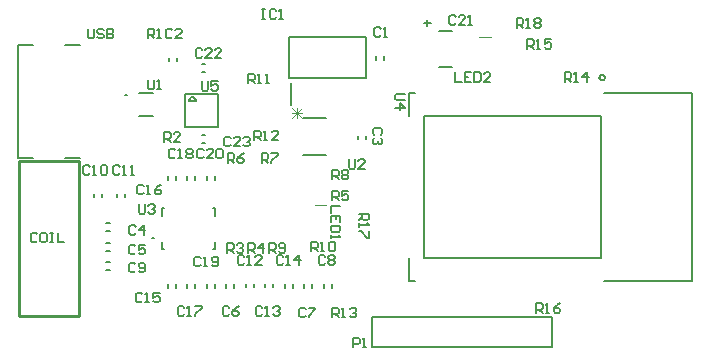
<source format=gto>
G04 Layer_Color=65535*
%FSLAX25Y25*%
%MOIN*%
G70*
G01*
G75*
%ADD40C,0.00800*%
%ADD41C,0.00787*%
%ADD42C,0.00500*%
%ADD43C,0.00394*%
%ADD44C,0.00600*%
%ADD45C,0.01000*%
%ADD46C,0.00598*%
%ADD47C,0.00300*%
D40*
X59031Y85150D02*
X58686Y85985D01*
X57850Y86331D01*
X57015Y85985D01*
X56669Y85150D01*
X66512Y76488D02*
Y87512D01*
X55488Y76488D02*
X66512D01*
X55488D02*
Y87512D01*
X66512D01*
X56669Y85150D02*
X59031D01*
D41*
X45193Y39543D02*
X44405D01*
X45193D01*
X36201Y86968D02*
X35413D01*
X36201D01*
X52878Y98409D02*
Y99590D01*
X50122Y98409D02*
Y99590D01*
X117575Y3000D02*
Y13000D01*
X177575Y3000D02*
Y13000D01*
X117575Y3000D02*
X177575D01*
X117575Y13000D02*
X177575D01*
X119122Y98909D02*
Y100091D01*
X121878Y98909D02*
Y100091D01*
X113122Y72409D02*
Y73590D01*
X115878Y72409D02*
Y73590D01*
X90795Y83653D02*
Y90937D01*
X90205Y92610D02*
X115795D01*
Y106390D01*
X90205D02*
X115795D01*
X90205Y92610D02*
Y106390D01*
X101622Y22909D02*
Y24091D01*
X104378Y22909D02*
Y24091D01*
X95122Y22909D02*
Y24091D01*
X97878Y22909D02*
Y24091D01*
X88622Y22909D02*
Y24091D01*
X91378Y22909D02*
Y24091D01*
X82122Y22953D02*
Y24134D01*
X84878Y22953D02*
Y24134D01*
X75622Y22953D02*
Y24134D01*
X78378Y22953D02*
Y24134D01*
X69122Y22909D02*
Y24091D01*
X71878Y22909D02*
Y24091D01*
X56122Y58909D02*
Y60091D01*
X58878Y58909D02*
Y60091D01*
X58878Y22909D02*
Y24091D01*
X56122Y22909D02*
Y24091D01*
X49622Y58909D02*
Y60091D01*
X52378Y58909D02*
Y60091D01*
Y22909D02*
Y24091D01*
X49622Y22909D02*
Y24091D01*
X62622Y58909D02*
Y60091D01*
X65378Y58909D02*
Y60091D01*
X65378Y22909D02*
Y24091D01*
X62622Y22909D02*
Y24091D01*
X35378Y52953D02*
Y54134D01*
X32622Y52953D02*
Y54134D01*
X27878Y52953D02*
Y54134D01*
X25122Y52953D02*
Y54134D01*
X29158Y28622D02*
X30339D01*
X29158Y31378D02*
X30339D01*
X29158Y35122D02*
X30339D01*
X29158Y37878D02*
X30339D01*
X29158Y41622D02*
X30339D01*
X29158Y44378D02*
X30339D01*
X60909Y73878D02*
X62090D01*
X60909Y71122D02*
X62090D01*
X60909Y97378D02*
X62090D01*
X60909Y94622D02*
X62090D01*
X15512Y66142D02*
X20433D01*
X15512Y103858D02*
X20433D01*
X-236Y66142D02*
X4803D01*
X-236D02*
Y103858D01*
X4803D01*
D42*
X195488Y92857D02*
X194996Y93709D01*
X194012D01*
X193520Y92857D01*
X194012Y92004D01*
X194996D01*
X195488Y92857D01*
X140114Y96595D02*
X144445D01*
X140114Y108405D02*
X144445D01*
X64878Y49386D02*
X65469D01*
Y46827D02*
Y49386D01*
Y35606D02*
Y38165D01*
X64878Y35606D02*
X65469D01*
X47752Y49386D02*
X48342D01*
X47752Y46827D02*
Y49386D01*
Y35606D02*
Y38165D01*
Y35606D02*
X48342D01*
X193972Y32817D02*
Y80061D01*
X134917Y32817D02*
X193972D01*
X134917D02*
Y80061D01*
X193972D01*
X194996Y87935D02*
X224524D01*
Y24943D02*
Y87935D01*
X194996Y24943D02*
X224524D01*
X130035Y87935D02*
X132004D01*
X130035Y80061D02*
Y87935D01*
Y24943D02*
X132004D01*
X130035D02*
Y32817D01*
X40138Y87835D02*
X44862D01*
X40138Y80197D02*
X44862D01*
D43*
X153532Y106405D02*
X157468D01*
X98583Y50551D02*
X102520D01*
D44*
X94827Y67047D02*
X102327D01*
X94827Y79447D02*
X102327D01*
X120633Y109166D02*
X120099Y109699D01*
X119033D01*
X118500Y109166D01*
Y107033D01*
X119033Y106500D01*
X120099D01*
X120633Y107033D01*
X121699Y106500D02*
X122765D01*
X122232D01*
Y109699D01*
X121699Y109166D01*
X51133Y108666D02*
X50599Y109199D01*
X49533D01*
X49000Y108666D01*
Y106533D01*
X49533Y106000D01*
X50599D01*
X51133Y106533D01*
X54332Y106000D02*
X52199D01*
X54332Y108133D01*
Y108666D01*
X53799Y109199D01*
X52732D01*
X52199Y108666D01*
X120666Y73867D02*
X121199Y74401D01*
Y75467D01*
X120666Y76000D01*
X118533D01*
X118000Y75467D01*
Y74401D01*
X118533Y73867D01*
X120666Y72801D02*
X121199Y72268D01*
Y71201D01*
X120666Y70668D01*
X120133D01*
X119599Y71201D01*
Y71735D01*
Y71201D01*
X119066Y70668D01*
X118533D01*
X118000Y71201D01*
Y72268D01*
X118533Y72801D01*
X38924Y43166D02*
X38391Y43699D01*
X37325D01*
X36791Y43166D01*
Y41033D01*
X37325Y40500D01*
X38391D01*
X38924Y41033D01*
X41590Y40500D02*
Y43699D01*
X39990Y42099D01*
X42123D01*
X38881Y36666D02*
X38348Y37199D01*
X37281D01*
X36748Y36666D01*
Y34533D01*
X37281Y34000D01*
X38348D01*
X38881Y34533D01*
X42080Y37199D02*
X39947D01*
Y35599D01*
X41013Y36133D01*
X41546D01*
X42080Y35599D01*
Y34533D01*
X41546Y34000D01*
X40480D01*
X39947Y34533D01*
X70133Y16166D02*
X69599Y16699D01*
X68533D01*
X68000Y16166D01*
Y14033D01*
X68533Y13500D01*
X69599D01*
X70133Y14033D01*
X73332Y16699D02*
X72265Y16166D01*
X71199Y15100D01*
Y14033D01*
X71732Y13500D01*
X72799D01*
X73332Y14033D01*
Y14566D01*
X72799Y15100D01*
X71199D01*
X95633Y15666D02*
X95100Y16199D01*
X94033D01*
X93500Y15666D01*
Y13533D01*
X94033Y13000D01*
X95100D01*
X95633Y13533D01*
X96699Y16199D02*
X98832D01*
Y15666D01*
X96699Y13533D01*
Y13000D01*
X102133Y33166D02*
X101600Y33699D01*
X100533D01*
X100000Y33166D01*
Y31033D01*
X100533Y30500D01*
X101600D01*
X102133Y31033D01*
X103199Y33166D02*
X103732Y33699D01*
X104798D01*
X105332Y33166D01*
Y32633D01*
X104798Y32100D01*
X105332Y31566D01*
Y31033D01*
X104798Y30500D01*
X103732D01*
X103199Y31033D01*
Y31566D01*
X103732Y32100D01*
X103199Y32633D01*
Y33166D01*
X103732Y32100D02*
X104798D01*
X38881Y30666D02*
X38348Y31199D01*
X37281D01*
X36748Y30666D01*
Y28533D01*
X37281Y28000D01*
X38348D01*
X38881Y28533D01*
X39947D02*
X40480Y28000D01*
X41546D01*
X42080Y28533D01*
Y30666D01*
X41546Y31199D01*
X40480D01*
X39947Y30666D01*
Y30133D01*
X40480Y29599D01*
X42080D01*
X23633Y63209D02*
X23099Y63742D01*
X22033D01*
X21500Y63209D01*
Y61076D01*
X22033Y60543D01*
X23099D01*
X23633Y61076D01*
X24699Y60543D02*
X25765D01*
X25232D01*
Y63742D01*
X24699Y63209D01*
X27365D02*
X27898Y63742D01*
X28964D01*
X29497Y63209D01*
Y61076D01*
X28964Y60543D01*
X27898D01*
X27365Y61076D01*
Y63209D01*
X33633D02*
X33099Y63742D01*
X32033D01*
X31500Y63209D01*
Y61076D01*
X32033Y60543D01*
X33099D01*
X33633Y61076D01*
X34699Y60543D02*
X35765D01*
X35232D01*
Y63742D01*
X34699Y63209D01*
X37365Y60543D02*
X38431D01*
X37898D01*
Y63742D01*
X37365Y63209D01*
X75133Y33166D02*
X74599Y33699D01*
X73533D01*
X73000Y33166D01*
Y31033D01*
X73533Y30500D01*
X74599D01*
X75133Y31033D01*
X76199Y30500D02*
X77265D01*
X76732D01*
Y33699D01*
X76199Y33166D01*
X80997Y30500D02*
X78865D01*
X80997Y32633D01*
Y33166D01*
X80464Y33699D01*
X79398D01*
X78865Y33166D01*
X81133Y16166D02*
X80599Y16699D01*
X79533D01*
X79000Y16166D01*
Y14033D01*
X79533Y13500D01*
X80599D01*
X81133Y14033D01*
X82199Y13500D02*
X83265D01*
X82732D01*
Y16699D01*
X82199Y16166D01*
X84865D02*
X85398Y16699D01*
X86464D01*
X86997Y16166D01*
Y15633D01*
X86464Y15100D01*
X85931D01*
X86464D01*
X86997Y14566D01*
Y14033D01*
X86464Y13500D01*
X85398D01*
X84865Y14033D01*
X88133Y33166D02*
X87599Y33699D01*
X86533D01*
X86000Y33166D01*
Y31033D01*
X86533Y30500D01*
X87599D01*
X88133Y31033D01*
X89199Y30500D02*
X90265D01*
X89732D01*
Y33699D01*
X89199Y33166D01*
X93464Y30500D02*
Y33699D01*
X91865Y32100D01*
X93997D01*
X41133Y20666D02*
X40600Y21199D01*
X39533D01*
X39000Y20666D01*
Y18533D01*
X39533Y18000D01*
X40600D01*
X41133Y18533D01*
X42199Y18000D02*
X43265D01*
X42732D01*
Y21199D01*
X42199Y20666D01*
X46997Y21199D02*
X44865D01*
Y19600D01*
X45931Y20133D01*
X46464D01*
X46997Y19600D01*
Y18533D01*
X46464Y18000D01*
X45398D01*
X44865Y18533D01*
X41633Y56666D02*
X41100Y57199D01*
X40033D01*
X39500Y56666D01*
Y54533D01*
X40033Y54000D01*
X41100D01*
X41633Y54533D01*
X42699Y54000D02*
X43765D01*
X43232D01*
Y57199D01*
X42699Y56666D01*
X47497Y57199D02*
X46431Y56666D01*
X45365Y55599D01*
Y54533D01*
X45898Y54000D01*
X46964D01*
X47497Y54533D01*
Y55066D01*
X46964Y55599D01*
X45365D01*
X55133Y16166D02*
X54599Y16699D01*
X53533D01*
X53000Y16166D01*
Y14033D01*
X53533Y13500D01*
X54599D01*
X55133Y14033D01*
X56199Y13500D02*
X57265D01*
X56732D01*
Y16699D01*
X56199Y16166D01*
X58865Y16699D02*
X60997D01*
Y16166D01*
X58865Y14033D01*
Y13500D01*
X52133Y68666D02*
X51600Y69199D01*
X50533D01*
X50000Y68666D01*
Y66533D01*
X50533Y66000D01*
X51600D01*
X52133Y66533D01*
X53199Y66000D02*
X54265D01*
X53732D01*
Y69199D01*
X53199Y68666D01*
X55865D02*
X56398Y69199D01*
X57464D01*
X57997Y68666D01*
Y68133D01*
X57464Y67599D01*
X57997Y67066D01*
Y66533D01*
X57464Y66000D01*
X56398D01*
X55865Y66533D01*
Y67066D01*
X56398Y67599D01*
X55865Y68133D01*
Y68666D01*
X56398Y67599D02*
X57464D01*
X60633Y32666D02*
X60100Y33199D01*
X59033D01*
X58500Y32666D01*
Y30533D01*
X59033Y30000D01*
X60100D01*
X60633Y30533D01*
X61699Y30000D02*
X62765D01*
X62232D01*
Y33199D01*
X61699Y32666D01*
X64365Y30533D02*
X64898Y30000D01*
X65964D01*
X66497Y30533D01*
Y32666D01*
X65964Y33199D01*
X64898D01*
X64365Y32666D01*
Y32133D01*
X64898Y31600D01*
X66497D01*
X61633Y68666D02*
X61099Y69199D01*
X60033D01*
X59500Y68666D01*
Y66533D01*
X60033Y66000D01*
X61099D01*
X61633Y66533D01*
X64832Y66000D02*
X62699D01*
X64832Y68133D01*
Y68666D01*
X64298Y69199D01*
X63232D01*
X62699Y68666D01*
X65898D02*
X66431Y69199D01*
X67497D01*
X68031Y68666D01*
Y66533D01*
X67497Y66000D01*
X66431D01*
X65898Y66533D01*
Y68666D01*
X145633Y113166D02*
X145099Y113699D01*
X144033D01*
X143500Y113166D01*
Y111033D01*
X144033Y110500D01*
X145099D01*
X145633Y111033D01*
X148832Y110500D02*
X146699D01*
X148832Y112633D01*
Y113166D01*
X148299Y113699D01*
X147232D01*
X146699Y113166D01*
X149898Y110500D02*
X150964D01*
X150431D01*
Y113699D01*
X149898Y113166D01*
X61133Y102166D02*
X60599Y102699D01*
X59533D01*
X59000Y102166D01*
Y100033D01*
X59533Y99500D01*
X60599D01*
X61133Y100033D01*
X64332Y99500D02*
X62199D01*
X64332Y101633D01*
Y102166D01*
X63798Y102699D01*
X62732D01*
X62199Y102166D01*
X67531Y99500D02*
X65398D01*
X67531Y101633D01*
Y102166D01*
X66997Y102699D01*
X65931D01*
X65398Y102166D01*
X70633Y72666D02*
X70100Y73199D01*
X69033D01*
X68500Y72666D01*
Y70533D01*
X69033Y70000D01*
X70100D01*
X70633Y70533D01*
X73832Y70000D02*
X71699D01*
X73832Y72133D01*
Y72666D01*
X73299Y73199D01*
X72232D01*
X71699Y72666D01*
X74898D02*
X75431Y73199D01*
X76497D01*
X77031Y72666D01*
Y72133D01*
X76497Y71600D01*
X75964D01*
X76497D01*
X77031Y71066D01*
Y70533D01*
X76497Y70000D01*
X75431D01*
X74898Y70533D01*
X6133Y40666D02*
X5599Y41199D01*
X4533D01*
X4000Y40666D01*
Y38533D01*
X4533Y38000D01*
X5599D01*
X6133Y38533D01*
X8798Y41199D02*
X7732D01*
X7199Y40666D01*
Y38533D01*
X7732Y38000D01*
X8798D01*
X9332Y38533D01*
Y40666D01*
X8798Y41199D01*
X10398D02*
X11464D01*
X10931D01*
Y38000D01*
X10398D01*
X11464D01*
X13064Y41199D02*
Y38000D01*
X15196D01*
X81000Y115699D02*
X82066D01*
X81533D01*
Y112500D01*
X81000D01*
X82066D01*
X85798Y115166D02*
X85265Y115699D01*
X84199D01*
X83666Y115166D01*
Y113033D01*
X84199Y112500D01*
X85265D01*
X85798Y113033D01*
X86865Y112500D02*
X87931D01*
X87398D01*
Y115699D01*
X86865Y115166D01*
X107199Y50000D02*
X104000D01*
Y47867D01*
X107199Y44668D02*
Y46801D01*
X104000D01*
Y44668D01*
X105599Y46801D02*
Y45735D01*
X107199Y43602D02*
X104000D01*
Y42003D01*
X104533Y41469D01*
X106666D01*
X107199Y42003D01*
Y43602D01*
X104000Y40403D02*
Y39337D01*
Y39870D01*
X107199D01*
X106666Y40403D01*
X145500Y94668D02*
Y91469D01*
X147633D01*
X150832Y94668D02*
X148699D01*
Y91469D01*
X150832D01*
X148699Y93068D02*
X149765D01*
X151898Y94668D02*
Y91469D01*
X153497D01*
X154031Y92002D01*
Y94134D01*
X153497Y94668D01*
X151898D01*
X157229Y91469D02*
X155097D01*
X157229Y93601D01*
Y94134D01*
X156696Y94668D01*
X155630D01*
X155097Y94134D01*
X111500Y3000D02*
Y6199D01*
X113100D01*
X113633Y5666D01*
Y4600D01*
X113100Y4066D01*
X111500D01*
X114699Y3000D02*
X115765D01*
X115232D01*
Y6199D01*
X114699Y5666D01*
X43000Y106000D02*
Y109199D01*
X44600D01*
X45133Y108666D01*
Y107599D01*
X44600Y107066D01*
X43000D01*
X44066D02*
X45133Y106000D01*
X46199D02*
X47265D01*
X46732D01*
Y109199D01*
X46199Y108666D01*
X48500Y71500D02*
Y74699D01*
X50099D01*
X50633Y74166D01*
Y73099D01*
X50099Y72566D01*
X48500D01*
X49566D02*
X50633Y71500D01*
X53832D02*
X51699D01*
X53832Y73633D01*
Y74166D01*
X53298Y74699D01*
X52232D01*
X51699Y74166D01*
X69500Y34500D02*
Y37699D01*
X71100D01*
X71633Y37166D01*
Y36099D01*
X71100Y35566D01*
X69500D01*
X70566D02*
X71633Y34500D01*
X72699Y37166D02*
X73232Y37699D01*
X74299D01*
X74832Y37166D01*
Y36633D01*
X74299Y36099D01*
X73765D01*
X74299D01*
X74832Y35566D01*
Y35033D01*
X74299Y34500D01*
X73232D01*
X72699Y35033D01*
X76500Y34500D02*
Y37699D01*
X78100D01*
X78633Y37166D01*
Y36099D01*
X78100Y35566D01*
X76500D01*
X77566D02*
X78633Y34500D01*
X81299D02*
Y37699D01*
X79699Y36099D01*
X81832D01*
X104500Y52000D02*
Y55199D01*
X106099D01*
X106633Y54666D01*
Y53600D01*
X106099Y53066D01*
X104500D01*
X105566D02*
X106633Y52000D01*
X109832Y55199D02*
X107699D01*
Y53600D01*
X108765Y54133D01*
X109299D01*
X109832Y53600D01*
Y52533D01*
X109299Y52000D01*
X108232D01*
X107699Y52533D01*
X69697Y64500D02*
Y67699D01*
X71296D01*
X71829Y67166D01*
Y66100D01*
X71296Y65566D01*
X69697D01*
X70763D02*
X71829Y64500D01*
X75028Y67699D02*
X73962Y67166D01*
X72896Y66100D01*
Y65033D01*
X73429Y64500D01*
X74495D01*
X75028Y65033D01*
Y65566D01*
X74495Y66100D01*
X72896D01*
X81000Y64500D02*
Y67699D01*
X82600D01*
X83133Y67166D01*
Y66100D01*
X82600Y65566D01*
X81000D01*
X82066D02*
X83133Y64500D01*
X84199Y67699D02*
X86332D01*
Y67166D01*
X84199Y65033D01*
Y64500D01*
X104500Y59000D02*
Y62199D01*
X106099D01*
X106633Y61666D01*
Y60599D01*
X106099Y60066D01*
X104500D01*
X105566D02*
X106633Y59000D01*
X107699Y61666D02*
X108232Y62199D01*
X109299D01*
X109832Y61666D01*
Y61133D01*
X109299Y60599D01*
X109832Y60066D01*
Y59533D01*
X109299Y59000D01*
X108232D01*
X107699Y59533D01*
Y60066D01*
X108232Y60599D01*
X107699Y61133D01*
Y61666D01*
X108232Y60599D02*
X109299D01*
X83500Y34500D02*
Y37699D01*
X85100D01*
X85633Y37166D01*
Y36099D01*
X85100Y35566D01*
X83500D01*
X84566D02*
X85633Y34500D01*
X86699Y35033D02*
X87232Y34500D01*
X88298D01*
X88832Y35033D01*
Y37166D01*
X88298Y37699D01*
X87232D01*
X86699Y37166D01*
Y36633D01*
X87232Y36099D01*
X88832D01*
X97500Y35000D02*
Y38199D01*
X99099D01*
X99633Y37666D01*
Y36599D01*
X99099Y36066D01*
X97500D01*
X98566D02*
X99633Y35000D01*
X100699D02*
X101765D01*
X101232D01*
Y38199D01*
X100699Y37666D01*
X103365D02*
X103898Y38199D01*
X104964D01*
X105497Y37666D01*
Y35533D01*
X104964Y35000D01*
X103898D01*
X103365Y35533D01*
Y37666D01*
X78500Y72000D02*
Y75199D01*
X80099D01*
X80633Y74666D01*
Y73599D01*
X80099Y73066D01*
X78500D01*
X79566D02*
X80633Y72000D01*
X81699D02*
X82765D01*
X82232D01*
Y75199D01*
X81699Y74666D01*
X86497Y72000D02*
X84365D01*
X86497Y74133D01*
Y74666D01*
X85964Y75199D01*
X84898D01*
X84365Y74666D01*
X76500Y91000D02*
Y94199D01*
X78100D01*
X78633Y93666D01*
Y92599D01*
X78100Y92066D01*
X76500D01*
X77566D02*
X78633Y91000D01*
X79699D02*
X80765D01*
X80232D01*
Y94199D01*
X79699Y93666D01*
X82365Y91000D02*
X83431D01*
X82898D01*
Y94199D01*
X82365Y93666D01*
X104500Y13000D02*
Y16199D01*
X106099D01*
X106633Y15666D01*
Y14600D01*
X106099Y14066D01*
X104500D01*
X105566D02*
X106633Y13000D01*
X107699D02*
X108765D01*
X108232D01*
Y16199D01*
X107699Y15666D01*
X110365D02*
X110898Y16199D01*
X111964D01*
X112497Y15666D01*
Y15133D01*
X111964Y14600D01*
X111431D01*
X111964D01*
X112497Y14066D01*
Y13533D01*
X111964Y13000D01*
X110898D01*
X110365Y13533D01*
X182000Y91500D02*
Y94699D01*
X183599D01*
X184133Y94166D01*
Y93099D01*
X183599Y92566D01*
X182000D01*
X183066D02*
X184133Y91500D01*
X185199D02*
X186265D01*
X185732D01*
Y94699D01*
X185199Y94166D01*
X189464Y91500D02*
Y94699D01*
X187865Y93099D01*
X189997D01*
X169500Y102500D02*
Y105699D01*
X171099D01*
X171633Y105166D01*
Y104100D01*
X171099Y103566D01*
X169500D01*
X170566D02*
X171633Y102500D01*
X172699D02*
X173765D01*
X173232D01*
Y105699D01*
X172699Y105166D01*
X177497Y105699D02*
X175365D01*
Y104100D01*
X176431Y104633D01*
X176964D01*
X177497Y104100D01*
Y103033D01*
X176964Y102500D01*
X175898D01*
X175365Y103033D01*
X172500Y14500D02*
Y17699D01*
X174100D01*
X174633Y17166D01*
Y16100D01*
X174100Y15566D01*
X172500D01*
X173566D02*
X174633Y14500D01*
X175699D02*
X176765D01*
X176232D01*
Y17699D01*
X175699Y17166D01*
X180497Y17699D02*
X179431Y17166D01*
X178365Y16100D01*
Y15033D01*
X178898Y14500D01*
X179964D01*
X180497Y15033D01*
Y15566D01*
X179964Y16100D01*
X178365D01*
X113500Y47500D02*
X116699D01*
Y45900D01*
X116166Y45367D01*
X115100D01*
X114566Y45900D01*
Y47500D01*
Y46434D02*
X113500Y45367D01*
Y44301D02*
Y43235D01*
Y43768D01*
X116699D01*
X116166Y44301D01*
X116699Y41635D02*
Y39503D01*
X116166D01*
X114033Y41635D01*
X113500D01*
X166000Y109500D02*
Y112699D01*
X167599D01*
X168133Y112166D01*
Y111100D01*
X167599Y110566D01*
X166000D01*
X167066D02*
X168133Y109500D01*
X169199D02*
X170265D01*
X169732D01*
Y112699D01*
X169199Y112166D01*
X171865D02*
X172398Y112699D01*
X173464D01*
X173997Y112166D01*
Y111633D01*
X173464Y111100D01*
X173997Y110566D01*
Y110033D01*
X173464Y109500D01*
X172398D01*
X171865Y110033D01*
Y110566D01*
X172398Y111100D01*
X171865Y111633D01*
Y112166D01*
X172398Y111100D02*
X173464D01*
X43000Y92215D02*
Y89549D01*
X43533Y89016D01*
X44600D01*
X45133Y89549D01*
Y92215D01*
X46199Y89016D02*
X47265D01*
X46732D01*
Y92215D01*
X46199Y91682D01*
X110000Y65699D02*
Y63033D01*
X110533Y62500D01*
X111600D01*
X112133Y63033D01*
Y65699D01*
X115332Y62500D02*
X113199D01*
X115332Y64633D01*
Y65166D01*
X114798Y65699D01*
X113732D01*
X113199Y65166D01*
X40000Y50699D02*
Y48033D01*
X40533Y47500D01*
X41600D01*
X42133Y48033D01*
Y50699D01*
X43199Y50166D02*
X43732Y50699D01*
X44798D01*
X45332Y50166D01*
Y49633D01*
X44798Y49099D01*
X44265D01*
X44798D01*
X45332Y48566D01*
Y48033D01*
X44798Y47500D01*
X43732D01*
X43199Y48033D01*
X128699Y87500D02*
X126033D01*
X125500Y86967D01*
Y85900D01*
X126033Y85367D01*
X128699D01*
X125500Y82701D02*
X128699D01*
X127100Y84301D01*
Y82168D01*
X23000Y109199D02*
Y106533D01*
X23533Y106000D01*
X24600D01*
X25133Y106533D01*
Y109199D01*
X28332Y108666D02*
X27799Y109199D01*
X26732D01*
X26199Y108666D01*
Y108133D01*
X26732Y107599D01*
X27799D01*
X28332Y107066D01*
Y106533D01*
X27799Y106000D01*
X26732D01*
X26199Y106533D01*
X29398Y109199D02*
Y106000D01*
X30997D01*
X31531Y106533D01*
Y107066D01*
X30997Y107599D01*
X29398D01*
X30997D01*
X31531Y108133D01*
Y108666D01*
X30997Y109199D01*
X29398D01*
D45*
X0Y65000D02*
X20000D01*
X0Y13500D02*
Y65000D01*
Y13500D02*
X20000D01*
Y65000D01*
D46*
X61000Y91700D02*
Y89033D01*
X61533Y88500D01*
X62600D01*
X63133Y89033D01*
Y91700D01*
X66333D02*
X64200D01*
Y90100D01*
X65266Y90633D01*
X65800D01*
X66333Y90100D01*
Y89033D01*
X65800Y88500D01*
X64733D01*
X64200Y89033D01*
X135150Y111100D02*
X137283D01*
X136216Y112167D02*
Y110033D01*
D47*
X91063Y82850D02*
X94395Y79517D01*
X91063D02*
X94395Y82850D01*
X91063Y81183D02*
X94395D01*
X92729Y79517D02*
Y82850D01*
M02*

</source>
